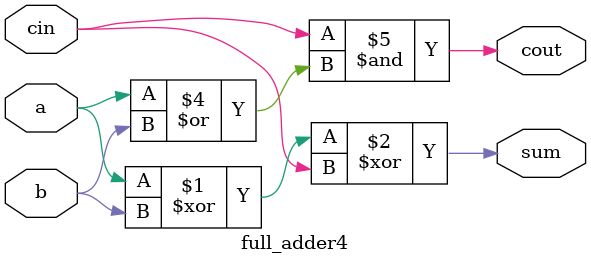
<source format=v>
module full_adder4(a,b,cin,sum,cout);
input a,b,cin;
output sum,cout;
assign sum = a^b^cin;
assign cout = 1'b0&b|cin&(a|b); 
// initial begin
//     $display("The incorrect adder with and0 having in1/0");
// end   
endmodule
</source>
